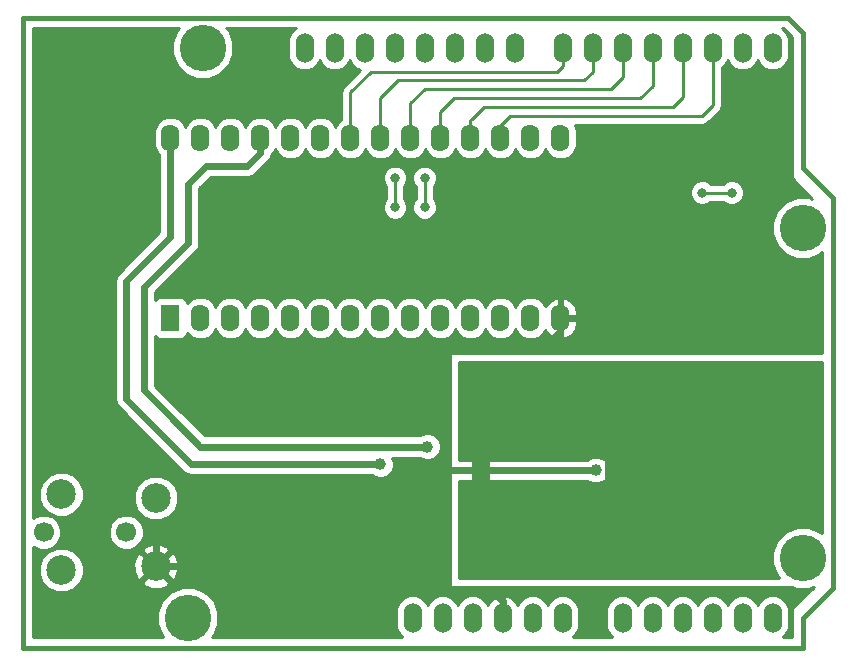
<source format=gbl>
G04 (created by PCBNEW-RS274X (2012-01-10 BZR 3351)-testing) date Lørdag '28en' 28. Juli 2012 13.38.29*
G01*
G70*
G90*
%MOIN*%
G04 Gerber Fmt 3.4, Leading zero omitted, Abs format*
%FSLAX34Y34*%
G04 APERTURE LIST*
%ADD10C,0.006000*%
%ADD11C,0.015000*%
%ADD12R,0.062000X0.090000*%
%ADD13O,0.062000X0.090000*%
%ADD14O,0.060000X0.100000*%
%ADD15C,0.155000*%
%ADD16C,0.098400*%
%ADD17C,0.066900*%
%ADD18C,0.031500*%
%ADD19C,0.039400*%
%ADD20C,0.009800*%
%ADD21C,0.023600*%
%ADD22C,0.010000*%
G04 APERTURE END LIST*
G54D10*
G54D11*
X24300Y-38700D02*
X24300Y-17700D01*
X50300Y-38700D02*
X24300Y-38700D01*
X50300Y-37700D02*
X50300Y-38700D01*
X51300Y-36700D02*
X50300Y-37700D01*
X51300Y-23700D02*
X51300Y-36700D01*
X50300Y-22700D02*
X51300Y-23700D01*
X50300Y-18200D02*
X50300Y-22700D01*
X49800Y-17700D02*
X50300Y-18200D01*
X24300Y-17700D02*
X49800Y-17700D01*
G54D12*
X29228Y-27705D03*
G54D13*
X30228Y-27705D03*
X31228Y-27705D03*
X32228Y-27705D03*
X33228Y-27705D03*
X34228Y-27705D03*
X35228Y-27705D03*
X36228Y-27705D03*
X37228Y-27705D03*
X38228Y-27705D03*
X39228Y-27705D03*
X40228Y-27705D03*
X41228Y-27705D03*
X42228Y-27705D03*
X42228Y-21705D03*
X41228Y-21705D03*
X40228Y-21705D03*
X39228Y-21705D03*
X38228Y-21705D03*
X37228Y-21705D03*
X36228Y-21705D03*
X35228Y-21705D03*
X34228Y-21705D03*
X33228Y-21705D03*
X32228Y-21705D03*
X31228Y-21705D03*
X30228Y-21705D03*
X29228Y-21705D03*
G54D14*
X49300Y-37700D03*
X48300Y-37700D03*
X47300Y-37700D03*
X44300Y-37700D03*
X45300Y-37700D03*
X46300Y-37700D03*
X42300Y-37700D03*
X41300Y-37700D03*
X40300Y-37700D03*
X38300Y-37700D03*
X37300Y-37700D03*
X49300Y-18700D03*
X48300Y-18700D03*
X47300Y-18700D03*
X46300Y-18700D03*
X45300Y-18700D03*
X44300Y-18700D03*
X43300Y-18700D03*
X42300Y-18700D03*
X40700Y-18700D03*
X39700Y-18700D03*
X38700Y-18700D03*
X37700Y-18700D03*
X36700Y-18700D03*
X35700Y-18700D03*
X34700Y-18700D03*
X33700Y-18700D03*
X39300Y-37700D03*
G54D15*
X50300Y-35700D03*
X50300Y-24700D03*
X30300Y-18700D03*
X29800Y-37700D03*
G54D16*
X28740Y-33701D03*
X25590Y-33583D03*
X25590Y-36103D03*
X28740Y-35985D03*
G54D17*
X25000Y-34843D03*
X27756Y-34843D03*
G54D18*
X47933Y-23524D03*
X46949Y-23524D03*
G54D19*
X30807Y-20276D03*
X39567Y-32776D03*
X44094Y-22146D03*
X43406Y-32776D03*
X30118Y-33858D03*
X36220Y-37303D03*
X47244Y-27854D03*
X48622Y-22146D03*
X32677Y-30807D03*
G54D18*
X36713Y-23031D03*
X36713Y-24016D03*
X37697Y-23031D03*
X37697Y-24016D03*
G54D19*
X37795Y-31988D03*
X36220Y-32579D03*
G54D20*
X46949Y-23524D02*
X47933Y-23524D01*
X47300Y-20613D02*
X47300Y-18700D01*
X46948Y-20965D02*
X47300Y-20613D01*
X40551Y-20965D02*
X46948Y-20965D01*
X40228Y-21288D02*
X40229Y-21287D01*
X40228Y-21288D02*
X40551Y-20965D01*
X40228Y-21705D02*
X40228Y-21288D01*
X46300Y-20334D02*
X46300Y-18700D01*
X45965Y-20669D02*
X46300Y-20334D01*
X39665Y-20669D02*
X45965Y-20669D01*
X39272Y-21062D02*
X39665Y-20669D01*
X39228Y-21106D02*
X39272Y-21062D01*
X39272Y-21063D02*
X39272Y-21062D01*
X39271Y-21063D02*
X39272Y-21063D01*
X39228Y-21106D02*
X39271Y-21063D01*
X39228Y-21705D02*
X39228Y-21106D01*
X38287Y-20769D02*
X38682Y-20374D01*
X38229Y-20827D02*
X38287Y-20769D01*
X38682Y-20374D02*
X44882Y-20374D01*
X44882Y-20374D02*
X45300Y-19956D01*
X45300Y-19956D02*
X45300Y-18700D01*
X38287Y-20768D02*
X38287Y-20769D01*
X38287Y-20769D02*
X38287Y-20768D01*
X38228Y-20828D02*
X38287Y-20769D01*
X38228Y-21705D02*
X38228Y-20828D01*
X37228Y-20547D02*
X37229Y-20546D01*
X37229Y-20546D02*
X37696Y-20079D01*
X37696Y-20079D02*
X43897Y-20079D01*
X43897Y-20079D02*
X44300Y-19676D01*
X44300Y-19676D02*
X44300Y-18700D01*
X37228Y-21705D02*
X37228Y-20547D01*
X43300Y-19495D02*
X43300Y-18700D01*
X43012Y-19783D02*
X43300Y-19495D01*
X36811Y-19783D02*
X43012Y-19783D01*
X36228Y-20366D02*
X36811Y-19783D01*
X36228Y-21705D02*
X36228Y-20366D01*
X42300Y-19314D02*
X42126Y-19488D01*
X42126Y-19488D02*
X35925Y-19488D01*
X35925Y-19488D02*
X35228Y-20185D01*
X35228Y-20185D02*
X35228Y-21705D01*
X42300Y-18700D02*
X42300Y-19314D01*
G54D21*
X38484Y-32776D02*
X39567Y-32776D01*
X40300Y-37700D02*
X40300Y-37642D01*
X27067Y-21457D02*
X28248Y-20276D01*
X27067Y-30807D02*
X27067Y-21457D01*
X30118Y-33858D02*
X27067Y-30807D01*
X43307Y-32776D02*
X39567Y-32776D01*
X28740Y-35236D02*
X30118Y-33858D01*
X28740Y-35985D02*
X28740Y-35236D01*
X30473Y-35985D02*
X31791Y-37303D01*
X31791Y-37303D02*
X36220Y-37303D01*
X28248Y-20276D02*
X30807Y-20276D01*
X39961Y-36811D02*
X38779Y-36811D01*
X38779Y-36811D02*
X38484Y-36811D01*
X38484Y-36811D02*
X38484Y-35826D01*
X38484Y-35826D02*
X38484Y-35334D01*
X40300Y-37700D02*
X40300Y-37150D01*
X47244Y-27854D02*
X46898Y-27705D01*
X46898Y-27705D02*
X42228Y-27705D01*
X42228Y-28146D02*
X41831Y-28543D01*
X41831Y-28543D02*
X38780Y-28543D01*
X38780Y-28543D02*
X38484Y-28839D01*
X38484Y-28839D02*
X38484Y-30807D01*
X42228Y-27705D02*
X42228Y-28146D01*
X48622Y-27854D02*
X49016Y-27460D01*
X49016Y-27460D02*
X49016Y-22343D01*
X48819Y-22146D02*
X49016Y-22343D01*
X48819Y-22146D02*
X48622Y-22146D01*
X47244Y-27854D02*
X48622Y-27854D01*
X44094Y-22146D02*
X48622Y-22146D01*
X28740Y-35985D02*
X30473Y-35985D01*
X36515Y-37303D02*
X38484Y-35334D01*
X36220Y-37303D02*
X36515Y-37303D01*
X38484Y-30807D02*
X32677Y-30807D01*
X43406Y-32776D02*
X43307Y-32776D01*
X38484Y-32776D02*
X38484Y-30807D01*
X38484Y-35334D02*
X38484Y-32776D01*
X40300Y-37150D02*
X39961Y-36811D01*
G54D20*
X36713Y-23031D02*
X36713Y-24016D01*
X37697Y-24016D02*
X37697Y-23031D01*
G54D21*
X29823Y-23228D02*
X30413Y-22638D01*
X29823Y-25196D02*
X29823Y-23228D01*
X28346Y-26673D02*
X29823Y-25196D01*
X30217Y-31988D02*
X37795Y-31988D01*
X29232Y-31003D02*
X30217Y-31988D01*
X29232Y-31004D02*
X29233Y-31004D01*
X29233Y-31004D02*
X29232Y-31004D01*
X29232Y-31004D02*
X29232Y-31003D01*
X28346Y-26674D02*
X28346Y-26673D01*
X28346Y-26674D02*
X28346Y-30117D01*
X29232Y-31003D02*
X28346Y-30117D01*
X32228Y-22201D02*
X32228Y-21705D01*
X31791Y-22638D02*
X32228Y-22201D01*
X30413Y-22638D02*
X31791Y-22638D01*
X29228Y-21705D02*
X29228Y-25004D01*
X29922Y-32579D02*
X36220Y-32579D01*
X27756Y-30413D02*
X29922Y-32579D01*
X27756Y-26476D02*
X27756Y-30413D01*
X29228Y-25004D02*
X27756Y-26476D01*
G54D10*
G36*
X50934Y-28887D02*
X48339Y-28887D01*
X48339Y-23605D01*
X48339Y-23444D01*
X48277Y-23295D01*
X48164Y-23180D01*
X48014Y-23118D01*
X47853Y-23118D01*
X47704Y-23180D01*
X47658Y-23225D01*
X47224Y-23225D01*
X47180Y-23180D01*
X47030Y-23118D01*
X46869Y-23118D01*
X46720Y-23180D01*
X46605Y-23293D01*
X46543Y-23443D01*
X46543Y-23604D01*
X46605Y-23753D01*
X46718Y-23868D01*
X46868Y-23930D01*
X47029Y-23930D01*
X47178Y-23868D01*
X47223Y-23823D01*
X47657Y-23823D01*
X47702Y-23868D01*
X47852Y-23930D01*
X48013Y-23930D01*
X48162Y-23868D01*
X48277Y-23755D01*
X48339Y-23605D01*
X48339Y-28887D01*
X42788Y-28887D01*
X42788Y-27865D01*
X42788Y-27755D01*
X42788Y-27655D01*
X42788Y-27545D01*
X42738Y-27332D01*
X42610Y-27155D01*
X42424Y-27040D01*
X42365Y-27023D01*
X42278Y-27070D01*
X42278Y-27655D01*
X42788Y-27655D01*
X42788Y-27755D01*
X42278Y-27755D01*
X42278Y-28340D01*
X42365Y-28387D01*
X42424Y-28370D01*
X42610Y-28255D01*
X42738Y-28078D01*
X42788Y-27865D01*
X42788Y-28887D01*
X38533Y-28887D01*
X38533Y-36664D01*
X49948Y-36664D01*
X50095Y-36725D01*
X50503Y-36725D01*
X50650Y-36664D01*
X50666Y-36664D01*
X49950Y-37381D01*
X49950Y-38336D01*
X49641Y-38336D01*
X49757Y-38220D01*
X49840Y-38022D01*
X49840Y-37807D01*
X49840Y-37379D01*
X49758Y-37180D01*
X49606Y-37029D01*
X49408Y-36946D01*
X49193Y-36946D01*
X48994Y-37028D01*
X48843Y-37180D01*
X48800Y-37282D01*
X48758Y-37180D01*
X48606Y-37029D01*
X48408Y-36946D01*
X48193Y-36946D01*
X47994Y-37028D01*
X47843Y-37180D01*
X47800Y-37282D01*
X47758Y-37180D01*
X47606Y-37029D01*
X47408Y-36946D01*
X47193Y-36946D01*
X46994Y-37028D01*
X46843Y-37180D01*
X46800Y-37282D01*
X46758Y-37180D01*
X46606Y-37029D01*
X46408Y-36946D01*
X46193Y-36946D01*
X45994Y-37028D01*
X45843Y-37180D01*
X45800Y-37282D01*
X45758Y-37180D01*
X45606Y-37029D01*
X45408Y-36946D01*
X45193Y-36946D01*
X44994Y-37028D01*
X44843Y-37180D01*
X44800Y-37282D01*
X44758Y-37180D01*
X44606Y-37029D01*
X44408Y-36946D01*
X44193Y-36946D01*
X43994Y-37028D01*
X43843Y-37180D01*
X43760Y-37378D01*
X43760Y-37593D01*
X43760Y-38021D01*
X43842Y-38220D01*
X43958Y-38336D01*
X42641Y-38336D01*
X42757Y-38220D01*
X42840Y-38022D01*
X42840Y-37807D01*
X42840Y-37379D01*
X42758Y-37180D01*
X42606Y-37029D01*
X42408Y-36946D01*
X42193Y-36946D01*
X41994Y-37028D01*
X41843Y-37180D01*
X41800Y-37282D01*
X41758Y-37180D01*
X41606Y-37029D01*
X41408Y-36946D01*
X41193Y-36946D01*
X40994Y-37028D01*
X40843Y-37180D01*
X40800Y-37281D01*
X40789Y-37243D01*
X40653Y-37075D01*
X40463Y-36972D01*
X40435Y-36968D01*
X40350Y-37015D01*
X40350Y-37600D01*
X40350Y-37650D01*
X40350Y-37750D01*
X40250Y-37750D01*
X40250Y-37650D01*
X40250Y-37600D01*
X40250Y-37015D01*
X40165Y-36968D01*
X40137Y-36972D01*
X39947Y-37075D01*
X39811Y-37243D01*
X39799Y-37281D01*
X39758Y-37180D01*
X39606Y-37029D01*
X39408Y-36946D01*
X39193Y-36946D01*
X38994Y-37028D01*
X38843Y-37180D01*
X38800Y-37282D01*
X38758Y-37180D01*
X38606Y-37029D01*
X38408Y-36946D01*
X38193Y-36946D01*
X37994Y-37028D01*
X37843Y-37180D01*
X37800Y-37282D01*
X37758Y-37180D01*
X37606Y-37029D01*
X37408Y-36946D01*
X37193Y-36946D01*
X36994Y-37028D01*
X36843Y-37180D01*
X36760Y-37378D01*
X36760Y-37593D01*
X36760Y-38021D01*
X36842Y-38220D01*
X36958Y-38336D01*
X30613Y-38336D01*
X30668Y-38281D01*
X30825Y-37905D01*
X30825Y-37497D01*
X30669Y-37120D01*
X30381Y-36832D01*
X30005Y-36675D01*
X29597Y-36675D01*
X29485Y-36721D01*
X29485Y-36113D01*
X29482Y-36002D01*
X29482Y-33849D01*
X29482Y-33554D01*
X29369Y-33281D01*
X29161Y-33072D01*
X28888Y-32959D01*
X28593Y-32959D01*
X28320Y-33072D01*
X28111Y-33280D01*
X27998Y-33553D01*
X27998Y-33848D01*
X28111Y-34121D01*
X28319Y-34330D01*
X28592Y-34443D01*
X28887Y-34443D01*
X29160Y-34330D01*
X29369Y-34122D01*
X29482Y-33849D01*
X29482Y-36002D01*
X29477Y-35818D01*
X29379Y-35582D01*
X29265Y-35531D01*
X29194Y-35602D01*
X29194Y-35460D01*
X29143Y-35346D01*
X28868Y-35240D01*
X28573Y-35248D01*
X28340Y-35344D01*
X28340Y-34959D01*
X28340Y-34727D01*
X28251Y-34512D01*
X28087Y-34348D01*
X27872Y-34259D01*
X27640Y-34259D01*
X27425Y-34348D01*
X27261Y-34512D01*
X27172Y-34727D01*
X27172Y-34959D01*
X27261Y-35174D01*
X27425Y-35338D01*
X27640Y-35427D01*
X27872Y-35427D01*
X28087Y-35338D01*
X28251Y-35174D01*
X28340Y-34959D01*
X28340Y-35344D01*
X28337Y-35346D01*
X28286Y-35460D01*
X28740Y-35914D01*
X29194Y-35460D01*
X29194Y-35602D01*
X28811Y-35985D01*
X29265Y-36439D01*
X29379Y-36388D01*
X29485Y-36113D01*
X29485Y-36721D01*
X29220Y-36831D01*
X29194Y-36857D01*
X29194Y-36510D01*
X28740Y-36056D01*
X28669Y-36127D01*
X28669Y-35985D01*
X28215Y-35531D01*
X28101Y-35582D01*
X27995Y-35857D01*
X28003Y-36152D01*
X28101Y-36388D01*
X28215Y-36439D01*
X28669Y-35985D01*
X28669Y-36127D01*
X28286Y-36510D01*
X28337Y-36624D01*
X28612Y-36730D01*
X28907Y-36722D01*
X29143Y-36624D01*
X29194Y-36510D01*
X29194Y-36857D01*
X28932Y-37119D01*
X28775Y-37495D01*
X28775Y-37903D01*
X28931Y-38280D01*
X28987Y-38336D01*
X26332Y-38336D01*
X26332Y-36251D01*
X26332Y-35956D01*
X26332Y-33731D01*
X26332Y-33436D01*
X26219Y-33163D01*
X26011Y-32954D01*
X25738Y-32841D01*
X25443Y-32841D01*
X25170Y-32954D01*
X24961Y-33162D01*
X24848Y-33435D01*
X24848Y-33730D01*
X24961Y-34003D01*
X25169Y-34212D01*
X25442Y-34325D01*
X25737Y-34325D01*
X26010Y-34212D01*
X26219Y-34004D01*
X26332Y-33731D01*
X26332Y-35956D01*
X26219Y-35683D01*
X26011Y-35474D01*
X25738Y-35361D01*
X25443Y-35361D01*
X25170Y-35474D01*
X24961Y-35682D01*
X24848Y-35955D01*
X24848Y-36250D01*
X24961Y-36523D01*
X25169Y-36732D01*
X25442Y-36845D01*
X25737Y-36845D01*
X26010Y-36732D01*
X26219Y-36524D01*
X26332Y-36251D01*
X26332Y-38336D01*
X24656Y-38336D01*
X24656Y-35325D01*
X24669Y-35338D01*
X24884Y-35427D01*
X25116Y-35427D01*
X25331Y-35338D01*
X25495Y-35174D01*
X25584Y-34959D01*
X25584Y-34727D01*
X25495Y-34512D01*
X25331Y-34348D01*
X25116Y-34259D01*
X24884Y-34259D01*
X24669Y-34348D01*
X24656Y-34361D01*
X24656Y-18025D01*
X29526Y-18025D01*
X29432Y-18119D01*
X29275Y-18495D01*
X29275Y-18903D01*
X29431Y-19280D01*
X29719Y-19568D01*
X30095Y-19725D01*
X30503Y-19725D01*
X30880Y-19569D01*
X31168Y-19281D01*
X31325Y-18905D01*
X31325Y-18497D01*
X31169Y-18120D01*
X31074Y-18025D01*
X33401Y-18025D01*
X33394Y-18028D01*
X33243Y-18180D01*
X33160Y-18378D01*
X33160Y-18593D01*
X33160Y-19021D01*
X33242Y-19220D01*
X33394Y-19371D01*
X33592Y-19454D01*
X33807Y-19454D01*
X34006Y-19372D01*
X34157Y-19220D01*
X34199Y-19117D01*
X34242Y-19220D01*
X34394Y-19371D01*
X34592Y-19454D01*
X34807Y-19454D01*
X35006Y-19372D01*
X35157Y-19220D01*
X35199Y-19117D01*
X35242Y-19220D01*
X35394Y-19371D01*
X35552Y-19437D01*
X35017Y-19974D01*
X34952Y-20070D01*
X34948Y-20089D01*
X34929Y-20185D01*
X34929Y-21082D01*
X34917Y-21087D01*
X34763Y-21241D01*
X34728Y-21325D01*
X34693Y-21241D01*
X34539Y-21087D01*
X34337Y-21003D01*
X34119Y-21003D01*
X33917Y-21087D01*
X33763Y-21241D01*
X33728Y-21325D01*
X33693Y-21241D01*
X33539Y-21087D01*
X33337Y-21003D01*
X33119Y-21003D01*
X32917Y-21087D01*
X32763Y-21241D01*
X32728Y-21325D01*
X32693Y-21241D01*
X32539Y-21087D01*
X32337Y-21003D01*
X32119Y-21003D01*
X31917Y-21087D01*
X31763Y-21241D01*
X31728Y-21325D01*
X31693Y-21241D01*
X31539Y-21087D01*
X31337Y-21003D01*
X31119Y-21003D01*
X30917Y-21087D01*
X30763Y-21241D01*
X30728Y-21325D01*
X30693Y-21241D01*
X30539Y-21087D01*
X30337Y-21003D01*
X30119Y-21003D01*
X29917Y-21087D01*
X29763Y-21241D01*
X29728Y-21325D01*
X29693Y-21241D01*
X29539Y-21087D01*
X29337Y-21003D01*
X29119Y-21003D01*
X28917Y-21087D01*
X28763Y-21241D01*
X28679Y-21443D01*
X28679Y-21661D01*
X28679Y-21967D01*
X28763Y-22169D01*
X28860Y-22266D01*
X28860Y-24851D01*
X27496Y-26216D01*
X27416Y-26335D01*
X27388Y-26476D01*
X27388Y-30413D01*
X27416Y-30554D01*
X27496Y-30673D01*
X29662Y-32839D01*
X29781Y-32919D01*
X29922Y-32947D01*
X35957Y-32947D01*
X35967Y-32957D01*
X36131Y-33025D01*
X36308Y-33025D01*
X36472Y-32957D01*
X36598Y-32832D01*
X36666Y-32668D01*
X36666Y-32491D01*
X36610Y-32356D01*
X37532Y-32356D01*
X37542Y-32366D01*
X37706Y-32434D01*
X37883Y-32434D01*
X38047Y-32366D01*
X38173Y-32241D01*
X38241Y-32077D01*
X38241Y-31900D01*
X38173Y-31736D01*
X38048Y-31610D01*
X37884Y-31542D01*
X37707Y-31542D01*
X37543Y-31610D01*
X37532Y-31620D01*
X30369Y-31620D01*
X29493Y-30744D01*
X29492Y-30743D01*
X29492Y-30742D01*
X28714Y-29964D01*
X28714Y-28303D01*
X28777Y-28366D01*
X28868Y-28404D01*
X28967Y-28404D01*
X29587Y-28404D01*
X29679Y-28366D01*
X29749Y-28296D01*
X29787Y-28205D01*
X29787Y-28193D01*
X29917Y-28323D01*
X30119Y-28407D01*
X30337Y-28407D01*
X30539Y-28323D01*
X30693Y-28169D01*
X30728Y-28084D01*
X30763Y-28169D01*
X30917Y-28323D01*
X31119Y-28407D01*
X31337Y-28407D01*
X31539Y-28323D01*
X31693Y-28169D01*
X31728Y-28084D01*
X31763Y-28169D01*
X31917Y-28323D01*
X32119Y-28407D01*
X32337Y-28407D01*
X32539Y-28323D01*
X32693Y-28169D01*
X32728Y-28084D01*
X32763Y-28169D01*
X32917Y-28323D01*
X33119Y-28407D01*
X33337Y-28407D01*
X33539Y-28323D01*
X33693Y-28169D01*
X33728Y-28084D01*
X33763Y-28169D01*
X33917Y-28323D01*
X34119Y-28407D01*
X34337Y-28407D01*
X34539Y-28323D01*
X34693Y-28169D01*
X34728Y-28084D01*
X34763Y-28169D01*
X34917Y-28323D01*
X35119Y-28407D01*
X35337Y-28407D01*
X35539Y-28323D01*
X35693Y-28169D01*
X35728Y-28084D01*
X35763Y-28169D01*
X35917Y-28323D01*
X36119Y-28407D01*
X36337Y-28407D01*
X36539Y-28323D01*
X36693Y-28169D01*
X36728Y-28084D01*
X36763Y-28169D01*
X36917Y-28323D01*
X37119Y-28407D01*
X37337Y-28407D01*
X37539Y-28323D01*
X37693Y-28169D01*
X37728Y-28084D01*
X37763Y-28169D01*
X37917Y-28323D01*
X38119Y-28407D01*
X38337Y-28407D01*
X38539Y-28323D01*
X38693Y-28169D01*
X38728Y-28084D01*
X38763Y-28169D01*
X38917Y-28323D01*
X39119Y-28407D01*
X39337Y-28407D01*
X39539Y-28323D01*
X39693Y-28169D01*
X39728Y-28084D01*
X39763Y-28169D01*
X39917Y-28323D01*
X40119Y-28407D01*
X40337Y-28407D01*
X40539Y-28323D01*
X40693Y-28169D01*
X40728Y-28084D01*
X40763Y-28169D01*
X40917Y-28323D01*
X41119Y-28407D01*
X41337Y-28407D01*
X41539Y-28323D01*
X41693Y-28169D01*
X41726Y-28089D01*
X41846Y-28255D01*
X42032Y-28370D01*
X42091Y-28387D01*
X42178Y-28340D01*
X42178Y-27805D01*
X42178Y-27755D01*
X42178Y-27655D01*
X42178Y-27605D01*
X42178Y-27070D01*
X42091Y-27023D01*
X42032Y-27040D01*
X41846Y-27155D01*
X41726Y-27320D01*
X41693Y-27241D01*
X41539Y-27087D01*
X41337Y-27003D01*
X41119Y-27003D01*
X40917Y-27087D01*
X40763Y-27241D01*
X40728Y-27325D01*
X40693Y-27241D01*
X40539Y-27087D01*
X40337Y-27003D01*
X40119Y-27003D01*
X39917Y-27087D01*
X39763Y-27241D01*
X39728Y-27325D01*
X39693Y-27241D01*
X39539Y-27087D01*
X39337Y-27003D01*
X39119Y-27003D01*
X38917Y-27087D01*
X38763Y-27241D01*
X38728Y-27325D01*
X38693Y-27241D01*
X38539Y-27087D01*
X38337Y-27003D01*
X38119Y-27003D01*
X38103Y-27009D01*
X38103Y-24097D01*
X38103Y-23936D01*
X38041Y-23787D01*
X37996Y-23741D01*
X37996Y-23306D01*
X38041Y-23262D01*
X38103Y-23112D01*
X38103Y-22951D01*
X38041Y-22802D01*
X37928Y-22687D01*
X37778Y-22625D01*
X37617Y-22625D01*
X37468Y-22687D01*
X37353Y-22800D01*
X37291Y-22950D01*
X37291Y-23111D01*
X37353Y-23260D01*
X37398Y-23305D01*
X37398Y-23740D01*
X37353Y-23785D01*
X37291Y-23935D01*
X37291Y-24096D01*
X37353Y-24245D01*
X37466Y-24360D01*
X37616Y-24422D01*
X37777Y-24422D01*
X37926Y-24360D01*
X38041Y-24247D01*
X38103Y-24097D01*
X38103Y-27009D01*
X37917Y-27087D01*
X37763Y-27241D01*
X37728Y-27325D01*
X37693Y-27241D01*
X37539Y-27087D01*
X37337Y-27003D01*
X37119Y-27003D01*
X37119Y-24097D01*
X37119Y-23936D01*
X37057Y-23787D01*
X37012Y-23741D01*
X37012Y-23306D01*
X37057Y-23262D01*
X37119Y-23112D01*
X37119Y-22951D01*
X37057Y-22802D01*
X36944Y-22687D01*
X36794Y-22625D01*
X36633Y-22625D01*
X36484Y-22687D01*
X36369Y-22800D01*
X36307Y-22950D01*
X36307Y-23111D01*
X36369Y-23260D01*
X36414Y-23305D01*
X36414Y-23740D01*
X36369Y-23785D01*
X36307Y-23935D01*
X36307Y-24096D01*
X36369Y-24245D01*
X36482Y-24360D01*
X36632Y-24422D01*
X36793Y-24422D01*
X36942Y-24360D01*
X37057Y-24247D01*
X37119Y-24097D01*
X37119Y-27003D01*
X36917Y-27087D01*
X36763Y-27241D01*
X36728Y-27325D01*
X36693Y-27241D01*
X36539Y-27087D01*
X36337Y-27003D01*
X36119Y-27003D01*
X35917Y-27087D01*
X35763Y-27241D01*
X35728Y-27325D01*
X35693Y-27241D01*
X35539Y-27087D01*
X35337Y-27003D01*
X35119Y-27003D01*
X34917Y-27087D01*
X34763Y-27241D01*
X34728Y-27325D01*
X34693Y-27241D01*
X34539Y-27087D01*
X34337Y-27003D01*
X34119Y-27003D01*
X33917Y-27087D01*
X33763Y-27241D01*
X33728Y-27325D01*
X33693Y-27241D01*
X33539Y-27087D01*
X33337Y-27003D01*
X33119Y-27003D01*
X32917Y-27087D01*
X32763Y-27241D01*
X32728Y-27325D01*
X32693Y-27241D01*
X32539Y-27087D01*
X32337Y-27003D01*
X32119Y-27003D01*
X31917Y-27087D01*
X31763Y-27241D01*
X31728Y-27325D01*
X31693Y-27241D01*
X31539Y-27087D01*
X31337Y-27003D01*
X31119Y-27003D01*
X30917Y-27087D01*
X30763Y-27241D01*
X30728Y-27325D01*
X30693Y-27241D01*
X30539Y-27087D01*
X30337Y-27003D01*
X30119Y-27003D01*
X29917Y-27087D01*
X29787Y-27217D01*
X29787Y-27206D01*
X29749Y-27114D01*
X29679Y-27044D01*
X29588Y-27006D01*
X29489Y-27006D01*
X28869Y-27006D01*
X28777Y-27044D01*
X28714Y-27107D01*
X28714Y-26825D01*
X30083Y-25457D01*
X30083Y-25456D01*
X30163Y-25337D01*
X30190Y-25197D01*
X30191Y-25196D01*
X30191Y-23380D01*
X30565Y-23006D01*
X31791Y-23006D01*
X31932Y-22978D01*
X32051Y-22898D01*
X32488Y-22461D01*
X32568Y-22342D01*
X32579Y-22282D01*
X32693Y-22169D01*
X32728Y-22084D01*
X32763Y-22169D01*
X32917Y-22323D01*
X33119Y-22407D01*
X33337Y-22407D01*
X33539Y-22323D01*
X33693Y-22169D01*
X33728Y-22084D01*
X33763Y-22169D01*
X33917Y-22323D01*
X34119Y-22407D01*
X34337Y-22407D01*
X34539Y-22323D01*
X34693Y-22169D01*
X34728Y-22084D01*
X34763Y-22169D01*
X34917Y-22323D01*
X35119Y-22407D01*
X35337Y-22407D01*
X35539Y-22323D01*
X35693Y-22169D01*
X35728Y-22084D01*
X35763Y-22169D01*
X35917Y-22323D01*
X36119Y-22407D01*
X36337Y-22407D01*
X36539Y-22323D01*
X36693Y-22169D01*
X36728Y-22084D01*
X36763Y-22169D01*
X36917Y-22323D01*
X37119Y-22407D01*
X37337Y-22407D01*
X37539Y-22323D01*
X37693Y-22169D01*
X37728Y-22084D01*
X37763Y-22169D01*
X37917Y-22323D01*
X38119Y-22407D01*
X38337Y-22407D01*
X38539Y-22323D01*
X38693Y-22169D01*
X38728Y-22084D01*
X38763Y-22169D01*
X38917Y-22323D01*
X39119Y-22407D01*
X39337Y-22407D01*
X39539Y-22323D01*
X39693Y-22169D01*
X39728Y-22084D01*
X39763Y-22169D01*
X39917Y-22323D01*
X40119Y-22407D01*
X40337Y-22407D01*
X40539Y-22323D01*
X40693Y-22169D01*
X40728Y-22084D01*
X40763Y-22169D01*
X40917Y-22323D01*
X41119Y-22407D01*
X41337Y-22407D01*
X41539Y-22323D01*
X41693Y-22169D01*
X41728Y-22084D01*
X41763Y-22169D01*
X41917Y-22323D01*
X42119Y-22407D01*
X42337Y-22407D01*
X42539Y-22323D01*
X42693Y-22169D01*
X42777Y-21967D01*
X42777Y-21749D01*
X42777Y-21443D01*
X42702Y-21264D01*
X46948Y-21264D01*
X46948Y-21263D01*
X47043Y-21244D01*
X47062Y-21241D01*
X47063Y-21241D01*
X47159Y-21176D01*
X47511Y-20825D01*
X47511Y-20824D01*
X47553Y-20760D01*
X47575Y-20728D01*
X47576Y-20727D01*
X47598Y-20614D01*
X47599Y-20613D01*
X47599Y-19374D01*
X47606Y-19372D01*
X47757Y-19220D01*
X47799Y-19117D01*
X47842Y-19220D01*
X47994Y-19371D01*
X48192Y-19454D01*
X48407Y-19454D01*
X48606Y-19372D01*
X48757Y-19220D01*
X48799Y-19117D01*
X48842Y-19220D01*
X48994Y-19371D01*
X49192Y-19454D01*
X49407Y-19454D01*
X49606Y-19372D01*
X49757Y-19220D01*
X49840Y-19022D01*
X49840Y-18807D01*
X49840Y-18379D01*
X49758Y-18180D01*
X49606Y-18029D01*
X49596Y-18025D01*
X49647Y-18025D01*
X49950Y-18328D01*
X49950Y-23052D01*
X50620Y-23723D01*
X50505Y-23675D01*
X50097Y-23675D01*
X49720Y-23831D01*
X49432Y-24119D01*
X49275Y-24495D01*
X49275Y-24903D01*
X49431Y-25280D01*
X49719Y-25568D01*
X50095Y-25725D01*
X50503Y-25725D01*
X50880Y-25569D01*
X50934Y-25515D01*
X50934Y-28887D01*
X50934Y-28887D01*
G37*
G54D22*
X50934Y-28887D02*
X48339Y-28887D01*
X48339Y-23605D01*
X48339Y-23444D01*
X48277Y-23295D01*
X48164Y-23180D01*
X48014Y-23118D01*
X47853Y-23118D01*
X47704Y-23180D01*
X47658Y-23225D01*
X47224Y-23225D01*
X47180Y-23180D01*
X47030Y-23118D01*
X46869Y-23118D01*
X46720Y-23180D01*
X46605Y-23293D01*
X46543Y-23443D01*
X46543Y-23604D01*
X46605Y-23753D01*
X46718Y-23868D01*
X46868Y-23930D01*
X47029Y-23930D01*
X47178Y-23868D01*
X47223Y-23823D01*
X47657Y-23823D01*
X47702Y-23868D01*
X47852Y-23930D01*
X48013Y-23930D01*
X48162Y-23868D01*
X48277Y-23755D01*
X48339Y-23605D01*
X48339Y-28887D01*
X42788Y-28887D01*
X42788Y-27865D01*
X42788Y-27755D01*
X42788Y-27655D01*
X42788Y-27545D01*
X42738Y-27332D01*
X42610Y-27155D01*
X42424Y-27040D01*
X42365Y-27023D01*
X42278Y-27070D01*
X42278Y-27655D01*
X42788Y-27655D01*
X42788Y-27755D01*
X42278Y-27755D01*
X42278Y-28340D01*
X42365Y-28387D01*
X42424Y-28370D01*
X42610Y-28255D01*
X42738Y-28078D01*
X42788Y-27865D01*
X42788Y-28887D01*
X38533Y-28887D01*
X38533Y-36664D01*
X49948Y-36664D01*
X50095Y-36725D01*
X50503Y-36725D01*
X50650Y-36664D01*
X50666Y-36664D01*
X49950Y-37381D01*
X49950Y-38336D01*
X49641Y-38336D01*
X49757Y-38220D01*
X49840Y-38022D01*
X49840Y-37807D01*
X49840Y-37379D01*
X49758Y-37180D01*
X49606Y-37029D01*
X49408Y-36946D01*
X49193Y-36946D01*
X48994Y-37028D01*
X48843Y-37180D01*
X48800Y-37282D01*
X48758Y-37180D01*
X48606Y-37029D01*
X48408Y-36946D01*
X48193Y-36946D01*
X47994Y-37028D01*
X47843Y-37180D01*
X47800Y-37282D01*
X47758Y-37180D01*
X47606Y-37029D01*
X47408Y-36946D01*
X47193Y-36946D01*
X46994Y-37028D01*
X46843Y-37180D01*
X46800Y-37282D01*
X46758Y-37180D01*
X46606Y-37029D01*
X46408Y-36946D01*
X46193Y-36946D01*
X45994Y-37028D01*
X45843Y-37180D01*
X45800Y-37282D01*
X45758Y-37180D01*
X45606Y-37029D01*
X45408Y-36946D01*
X45193Y-36946D01*
X44994Y-37028D01*
X44843Y-37180D01*
X44800Y-37282D01*
X44758Y-37180D01*
X44606Y-37029D01*
X44408Y-36946D01*
X44193Y-36946D01*
X43994Y-37028D01*
X43843Y-37180D01*
X43760Y-37378D01*
X43760Y-37593D01*
X43760Y-38021D01*
X43842Y-38220D01*
X43958Y-38336D01*
X42641Y-38336D01*
X42757Y-38220D01*
X42840Y-38022D01*
X42840Y-37807D01*
X42840Y-37379D01*
X42758Y-37180D01*
X42606Y-37029D01*
X42408Y-36946D01*
X42193Y-36946D01*
X41994Y-37028D01*
X41843Y-37180D01*
X41800Y-37282D01*
X41758Y-37180D01*
X41606Y-37029D01*
X41408Y-36946D01*
X41193Y-36946D01*
X40994Y-37028D01*
X40843Y-37180D01*
X40800Y-37281D01*
X40789Y-37243D01*
X40653Y-37075D01*
X40463Y-36972D01*
X40435Y-36968D01*
X40350Y-37015D01*
X40350Y-37600D01*
X40350Y-37650D01*
X40350Y-37750D01*
X40250Y-37750D01*
X40250Y-37650D01*
X40250Y-37600D01*
X40250Y-37015D01*
X40165Y-36968D01*
X40137Y-36972D01*
X39947Y-37075D01*
X39811Y-37243D01*
X39799Y-37281D01*
X39758Y-37180D01*
X39606Y-37029D01*
X39408Y-36946D01*
X39193Y-36946D01*
X38994Y-37028D01*
X38843Y-37180D01*
X38800Y-37282D01*
X38758Y-37180D01*
X38606Y-37029D01*
X38408Y-36946D01*
X38193Y-36946D01*
X37994Y-37028D01*
X37843Y-37180D01*
X37800Y-37282D01*
X37758Y-37180D01*
X37606Y-37029D01*
X37408Y-36946D01*
X37193Y-36946D01*
X36994Y-37028D01*
X36843Y-37180D01*
X36760Y-37378D01*
X36760Y-37593D01*
X36760Y-38021D01*
X36842Y-38220D01*
X36958Y-38336D01*
X30613Y-38336D01*
X30668Y-38281D01*
X30825Y-37905D01*
X30825Y-37497D01*
X30669Y-37120D01*
X30381Y-36832D01*
X30005Y-36675D01*
X29597Y-36675D01*
X29485Y-36721D01*
X29485Y-36113D01*
X29482Y-36002D01*
X29482Y-33849D01*
X29482Y-33554D01*
X29369Y-33281D01*
X29161Y-33072D01*
X28888Y-32959D01*
X28593Y-32959D01*
X28320Y-33072D01*
X28111Y-33280D01*
X27998Y-33553D01*
X27998Y-33848D01*
X28111Y-34121D01*
X28319Y-34330D01*
X28592Y-34443D01*
X28887Y-34443D01*
X29160Y-34330D01*
X29369Y-34122D01*
X29482Y-33849D01*
X29482Y-36002D01*
X29477Y-35818D01*
X29379Y-35582D01*
X29265Y-35531D01*
X29194Y-35602D01*
X29194Y-35460D01*
X29143Y-35346D01*
X28868Y-35240D01*
X28573Y-35248D01*
X28340Y-35344D01*
X28340Y-34959D01*
X28340Y-34727D01*
X28251Y-34512D01*
X28087Y-34348D01*
X27872Y-34259D01*
X27640Y-34259D01*
X27425Y-34348D01*
X27261Y-34512D01*
X27172Y-34727D01*
X27172Y-34959D01*
X27261Y-35174D01*
X27425Y-35338D01*
X27640Y-35427D01*
X27872Y-35427D01*
X28087Y-35338D01*
X28251Y-35174D01*
X28340Y-34959D01*
X28340Y-35344D01*
X28337Y-35346D01*
X28286Y-35460D01*
X28740Y-35914D01*
X29194Y-35460D01*
X29194Y-35602D01*
X28811Y-35985D01*
X29265Y-36439D01*
X29379Y-36388D01*
X29485Y-36113D01*
X29485Y-36721D01*
X29220Y-36831D01*
X29194Y-36857D01*
X29194Y-36510D01*
X28740Y-36056D01*
X28669Y-36127D01*
X28669Y-35985D01*
X28215Y-35531D01*
X28101Y-35582D01*
X27995Y-35857D01*
X28003Y-36152D01*
X28101Y-36388D01*
X28215Y-36439D01*
X28669Y-35985D01*
X28669Y-36127D01*
X28286Y-36510D01*
X28337Y-36624D01*
X28612Y-36730D01*
X28907Y-36722D01*
X29143Y-36624D01*
X29194Y-36510D01*
X29194Y-36857D01*
X28932Y-37119D01*
X28775Y-37495D01*
X28775Y-37903D01*
X28931Y-38280D01*
X28987Y-38336D01*
X26332Y-38336D01*
X26332Y-36251D01*
X26332Y-35956D01*
X26332Y-33731D01*
X26332Y-33436D01*
X26219Y-33163D01*
X26011Y-32954D01*
X25738Y-32841D01*
X25443Y-32841D01*
X25170Y-32954D01*
X24961Y-33162D01*
X24848Y-33435D01*
X24848Y-33730D01*
X24961Y-34003D01*
X25169Y-34212D01*
X25442Y-34325D01*
X25737Y-34325D01*
X26010Y-34212D01*
X26219Y-34004D01*
X26332Y-33731D01*
X26332Y-35956D01*
X26219Y-35683D01*
X26011Y-35474D01*
X25738Y-35361D01*
X25443Y-35361D01*
X25170Y-35474D01*
X24961Y-35682D01*
X24848Y-35955D01*
X24848Y-36250D01*
X24961Y-36523D01*
X25169Y-36732D01*
X25442Y-36845D01*
X25737Y-36845D01*
X26010Y-36732D01*
X26219Y-36524D01*
X26332Y-36251D01*
X26332Y-38336D01*
X24656Y-38336D01*
X24656Y-35325D01*
X24669Y-35338D01*
X24884Y-35427D01*
X25116Y-35427D01*
X25331Y-35338D01*
X25495Y-35174D01*
X25584Y-34959D01*
X25584Y-34727D01*
X25495Y-34512D01*
X25331Y-34348D01*
X25116Y-34259D01*
X24884Y-34259D01*
X24669Y-34348D01*
X24656Y-34361D01*
X24656Y-18025D01*
X29526Y-18025D01*
X29432Y-18119D01*
X29275Y-18495D01*
X29275Y-18903D01*
X29431Y-19280D01*
X29719Y-19568D01*
X30095Y-19725D01*
X30503Y-19725D01*
X30880Y-19569D01*
X31168Y-19281D01*
X31325Y-18905D01*
X31325Y-18497D01*
X31169Y-18120D01*
X31074Y-18025D01*
X33401Y-18025D01*
X33394Y-18028D01*
X33243Y-18180D01*
X33160Y-18378D01*
X33160Y-18593D01*
X33160Y-19021D01*
X33242Y-19220D01*
X33394Y-19371D01*
X33592Y-19454D01*
X33807Y-19454D01*
X34006Y-19372D01*
X34157Y-19220D01*
X34199Y-19117D01*
X34242Y-19220D01*
X34394Y-19371D01*
X34592Y-19454D01*
X34807Y-19454D01*
X35006Y-19372D01*
X35157Y-19220D01*
X35199Y-19117D01*
X35242Y-19220D01*
X35394Y-19371D01*
X35552Y-19437D01*
X35017Y-19974D01*
X34952Y-20070D01*
X34948Y-20089D01*
X34929Y-20185D01*
X34929Y-21082D01*
X34917Y-21087D01*
X34763Y-21241D01*
X34728Y-21325D01*
X34693Y-21241D01*
X34539Y-21087D01*
X34337Y-21003D01*
X34119Y-21003D01*
X33917Y-21087D01*
X33763Y-21241D01*
X33728Y-21325D01*
X33693Y-21241D01*
X33539Y-21087D01*
X33337Y-21003D01*
X33119Y-21003D01*
X32917Y-21087D01*
X32763Y-21241D01*
X32728Y-21325D01*
X32693Y-21241D01*
X32539Y-21087D01*
X32337Y-21003D01*
X32119Y-21003D01*
X31917Y-21087D01*
X31763Y-21241D01*
X31728Y-21325D01*
X31693Y-21241D01*
X31539Y-21087D01*
X31337Y-21003D01*
X31119Y-21003D01*
X30917Y-21087D01*
X30763Y-21241D01*
X30728Y-21325D01*
X30693Y-21241D01*
X30539Y-21087D01*
X30337Y-21003D01*
X30119Y-21003D01*
X29917Y-21087D01*
X29763Y-21241D01*
X29728Y-21325D01*
X29693Y-21241D01*
X29539Y-21087D01*
X29337Y-21003D01*
X29119Y-21003D01*
X28917Y-21087D01*
X28763Y-21241D01*
X28679Y-21443D01*
X28679Y-21661D01*
X28679Y-21967D01*
X28763Y-22169D01*
X28860Y-22266D01*
X28860Y-24851D01*
X27496Y-26216D01*
X27416Y-26335D01*
X27388Y-26476D01*
X27388Y-30413D01*
X27416Y-30554D01*
X27496Y-30673D01*
X29662Y-32839D01*
X29781Y-32919D01*
X29922Y-32947D01*
X35957Y-32947D01*
X35967Y-32957D01*
X36131Y-33025D01*
X36308Y-33025D01*
X36472Y-32957D01*
X36598Y-32832D01*
X36666Y-32668D01*
X36666Y-32491D01*
X36610Y-32356D01*
X37532Y-32356D01*
X37542Y-32366D01*
X37706Y-32434D01*
X37883Y-32434D01*
X38047Y-32366D01*
X38173Y-32241D01*
X38241Y-32077D01*
X38241Y-31900D01*
X38173Y-31736D01*
X38048Y-31610D01*
X37884Y-31542D01*
X37707Y-31542D01*
X37543Y-31610D01*
X37532Y-31620D01*
X30369Y-31620D01*
X29493Y-30744D01*
X29492Y-30743D01*
X29492Y-30742D01*
X28714Y-29964D01*
X28714Y-28303D01*
X28777Y-28366D01*
X28868Y-28404D01*
X28967Y-28404D01*
X29587Y-28404D01*
X29679Y-28366D01*
X29749Y-28296D01*
X29787Y-28205D01*
X29787Y-28193D01*
X29917Y-28323D01*
X30119Y-28407D01*
X30337Y-28407D01*
X30539Y-28323D01*
X30693Y-28169D01*
X30728Y-28084D01*
X30763Y-28169D01*
X30917Y-28323D01*
X31119Y-28407D01*
X31337Y-28407D01*
X31539Y-28323D01*
X31693Y-28169D01*
X31728Y-28084D01*
X31763Y-28169D01*
X31917Y-28323D01*
X32119Y-28407D01*
X32337Y-28407D01*
X32539Y-28323D01*
X32693Y-28169D01*
X32728Y-28084D01*
X32763Y-28169D01*
X32917Y-28323D01*
X33119Y-28407D01*
X33337Y-28407D01*
X33539Y-28323D01*
X33693Y-28169D01*
X33728Y-28084D01*
X33763Y-28169D01*
X33917Y-28323D01*
X34119Y-28407D01*
X34337Y-28407D01*
X34539Y-28323D01*
X34693Y-28169D01*
X34728Y-28084D01*
X34763Y-28169D01*
X34917Y-28323D01*
X35119Y-28407D01*
X35337Y-28407D01*
X35539Y-28323D01*
X35693Y-28169D01*
X35728Y-28084D01*
X35763Y-28169D01*
X35917Y-28323D01*
X36119Y-28407D01*
X36337Y-28407D01*
X36539Y-28323D01*
X36693Y-28169D01*
X36728Y-28084D01*
X36763Y-28169D01*
X36917Y-28323D01*
X37119Y-28407D01*
X37337Y-28407D01*
X37539Y-28323D01*
X37693Y-28169D01*
X37728Y-28084D01*
X37763Y-28169D01*
X37917Y-28323D01*
X38119Y-28407D01*
X38337Y-28407D01*
X38539Y-28323D01*
X38693Y-28169D01*
X38728Y-28084D01*
X38763Y-28169D01*
X38917Y-28323D01*
X39119Y-28407D01*
X39337Y-28407D01*
X39539Y-28323D01*
X39693Y-28169D01*
X39728Y-28084D01*
X39763Y-28169D01*
X39917Y-28323D01*
X40119Y-28407D01*
X40337Y-28407D01*
X40539Y-28323D01*
X40693Y-28169D01*
X40728Y-28084D01*
X40763Y-28169D01*
X40917Y-28323D01*
X41119Y-28407D01*
X41337Y-28407D01*
X41539Y-28323D01*
X41693Y-28169D01*
X41726Y-28089D01*
X41846Y-28255D01*
X42032Y-28370D01*
X42091Y-28387D01*
X42178Y-28340D01*
X42178Y-27805D01*
X42178Y-27755D01*
X42178Y-27655D01*
X42178Y-27605D01*
X42178Y-27070D01*
X42091Y-27023D01*
X42032Y-27040D01*
X41846Y-27155D01*
X41726Y-27320D01*
X41693Y-27241D01*
X41539Y-27087D01*
X41337Y-27003D01*
X41119Y-27003D01*
X40917Y-27087D01*
X40763Y-27241D01*
X40728Y-27325D01*
X40693Y-27241D01*
X40539Y-27087D01*
X40337Y-27003D01*
X40119Y-27003D01*
X39917Y-27087D01*
X39763Y-27241D01*
X39728Y-27325D01*
X39693Y-27241D01*
X39539Y-27087D01*
X39337Y-27003D01*
X39119Y-27003D01*
X38917Y-27087D01*
X38763Y-27241D01*
X38728Y-27325D01*
X38693Y-27241D01*
X38539Y-27087D01*
X38337Y-27003D01*
X38119Y-27003D01*
X38103Y-27009D01*
X38103Y-24097D01*
X38103Y-23936D01*
X38041Y-23787D01*
X37996Y-23741D01*
X37996Y-23306D01*
X38041Y-23262D01*
X38103Y-23112D01*
X38103Y-22951D01*
X38041Y-22802D01*
X37928Y-22687D01*
X37778Y-22625D01*
X37617Y-22625D01*
X37468Y-22687D01*
X37353Y-22800D01*
X37291Y-22950D01*
X37291Y-23111D01*
X37353Y-23260D01*
X37398Y-23305D01*
X37398Y-23740D01*
X37353Y-23785D01*
X37291Y-23935D01*
X37291Y-24096D01*
X37353Y-24245D01*
X37466Y-24360D01*
X37616Y-24422D01*
X37777Y-24422D01*
X37926Y-24360D01*
X38041Y-24247D01*
X38103Y-24097D01*
X38103Y-27009D01*
X37917Y-27087D01*
X37763Y-27241D01*
X37728Y-27325D01*
X37693Y-27241D01*
X37539Y-27087D01*
X37337Y-27003D01*
X37119Y-27003D01*
X37119Y-24097D01*
X37119Y-23936D01*
X37057Y-23787D01*
X37012Y-23741D01*
X37012Y-23306D01*
X37057Y-23262D01*
X37119Y-23112D01*
X37119Y-22951D01*
X37057Y-22802D01*
X36944Y-22687D01*
X36794Y-22625D01*
X36633Y-22625D01*
X36484Y-22687D01*
X36369Y-22800D01*
X36307Y-22950D01*
X36307Y-23111D01*
X36369Y-23260D01*
X36414Y-23305D01*
X36414Y-23740D01*
X36369Y-23785D01*
X36307Y-23935D01*
X36307Y-24096D01*
X36369Y-24245D01*
X36482Y-24360D01*
X36632Y-24422D01*
X36793Y-24422D01*
X36942Y-24360D01*
X37057Y-24247D01*
X37119Y-24097D01*
X37119Y-27003D01*
X36917Y-27087D01*
X36763Y-27241D01*
X36728Y-27325D01*
X36693Y-27241D01*
X36539Y-27087D01*
X36337Y-27003D01*
X36119Y-27003D01*
X35917Y-27087D01*
X35763Y-27241D01*
X35728Y-27325D01*
X35693Y-27241D01*
X35539Y-27087D01*
X35337Y-27003D01*
X35119Y-27003D01*
X34917Y-27087D01*
X34763Y-27241D01*
X34728Y-27325D01*
X34693Y-27241D01*
X34539Y-27087D01*
X34337Y-27003D01*
X34119Y-27003D01*
X33917Y-27087D01*
X33763Y-27241D01*
X33728Y-27325D01*
X33693Y-27241D01*
X33539Y-27087D01*
X33337Y-27003D01*
X33119Y-27003D01*
X32917Y-27087D01*
X32763Y-27241D01*
X32728Y-27325D01*
X32693Y-27241D01*
X32539Y-27087D01*
X32337Y-27003D01*
X32119Y-27003D01*
X31917Y-27087D01*
X31763Y-27241D01*
X31728Y-27325D01*
X31693Y-27241D01*
X31539Y-27087D01*
X31337Y-27003D01*
X31119Y-27003D01*
X30917Y-27087D01*
X30763Y-27241D01*
X30728Y-27325D01*
X30693Y-27241D01*
X30539Y-27087D01*
X30337Y-27003D01*
X30119Y-27003D01*
X29917Y-27087D01*
X29787Y-27217D01*
X29787Y-27206D01*
X29749Y-27114D01*
X29679Y-27044D01*
X29588Y-27006D01*
X29489Y-27006D01*
X28869Y-27006D01*
X28777Y-27044D01*
X28714Y-27107D01*
X28714Y-26825D01*
X30083Y-25457D01*
X30083Y-25456D01*
X30163Y-25337D01*
X30190Y-25197D01*
X30191Y-25196D01*
X30191Y-23380D01*
X30565Y-23006D01*
X31791Y-23006D01*
X31932Y-22978D01*
X32051Y-22898D01*
X32488Y-22461D01*
X32568Y-22342D01*
X32579Y-22282D01*
X32693Y-22169D01*
X32728Y-22084D01*
X32763Y-22169D01*
X32917Y-22323D01*
X33119Y-22407D01*
X33337Y-22407D01*
X33539Y-22323D01*
X33693Y-22169D01*
X33728Y-22084D01*
X33763Y-22169D01*
X33917Y-22323D01*
X34119Y-22407D01*
X34337Y-22407D01*
X34539Y-22323D01*
X34693Y-22169D01*
X34728Y-22084D01*
X34763Y-22169D01*
X34917Y-22323D01*
X35119Y-22407D01*
X35337Y-22407D01*
X35539Y-22323D01*
X35693Y-22169D01*
X35728Y-22084D01*
X35763Y-22169D01*
X35917Y-22323D01*
X36119Y-22407D01*
X36337Y-22407D01*
X36539Y-22323D01*
X36693Y-22169D01*
X36728Y-22084D01*
X36763Y-22169D01*
X36917Y-22323D01*
X37119Y-22407D01*
X37337Y-22407D01*
X37539Y-22323D01*
X37693Y-22169D01*
X37728Y-22084D01*
X37763Y-22169D01*
X37917Y-22323D01*
X38119Y-22407D01*
X38337Y-22407D01*
X38539Y-22323D01*
X38693Y-22169D01*
X38728Y-22084D01*
X38763Y-22169D01*
X38917Y-22323D01*
X39119Y-22407D01*
X39337Y-22407D01*
X39539Y-22323D01*
X39693Y-22169D01*
X39728Y-22084D01*
X39763Y-22169D01*
X39917Y-22323D01*
X40119Y-22407D01*
X40337Y-22407D01*
X40539Y-22323D01*
X40693Y-22169D01*
X40728Y-22084D01*
X40763Y-22169D01*
X40917Y-22323D01*
X41119Y-22407D01*
X41337Y-22407D01*
X41539Y-22323D01*
X41693Y-22169D01*
X41728Y-22084D01*
X41763Y-22169D01*
X41917Y-22323D01*
X42119Y-22407D01*
X42337Y-22407D01*
X42539Y-22323D01*
X42693Y-22169D01*
X42777Y-21967D01*
X42777Y-21749D01*
X42777Y-21443D01*
X42702Y-21264D01*
X46948Y-21264D01*
X46948Y-21263D01*
X47043Y-21244D01*
X47062Y-21241D01*
X47063Y-21241D01*
X47159Y-21176D01*
X47511Y-20825D01*
X47511Y-20824D01*
X47553Y-20760D01*
X47575Y-20728D01*
X47576Y-20727D01*
X47598Y-20614D01*
X47599Y-20613D01*
X47599Y-19374D01*
X47606Y-19372D01*
X47757Y-19220D01*
X47799Y-19117D01*
X47842Y-19220D01*
X47994Y-19371D01*
X48192Y-19454D01*
X48407Y-19454D01*
X48606Y-19372D01*
X48757Y-19220D01*
X48799Y-19117D01*
X48842Y-19220D01*
X48994Y-19371D01*
X49192Y-19454D01*
X49407Y-19454D01*
X49606Y-19372D01*
X49757Y-19220D01*
X49840Y-19022D01*
X49840Y-18807D01*
X49840Y-18379D01*
X49758Y-18180D01*
X49606Y-18029D01*
X49596Y-18025D01*
X49647Y-18025D01*
X49950Y-18328D01*
X49950Y-23052D01*
X50620Y-23723D01*
X50505Y-23675D01*
X50097Y-23675D01*
X49720Y-23831D01*
X49432Y-24119D01*
X49275Y-24495D01*
X49275Y-24903D01*
X49431Y-25280D01*
X49719Y-25568D01*
X50095Y-25725D01*
X50503Y-25725D01*
X50880Y-25569D01*
X50934Y-25515D01*
X50934Y-28887D01*
G54D10*
G36*
X50934Y-34885D02*
X50881Y-34832D01*
X50505Y-34675D01*
X50097Y-34675D01*
X49720Y-34831D01*
X49432Y-35119D01*
X49275Y-35495D01*
X49275Y-35903D01*
X49431Y-36280D01*
X49518Y-36367D01*
X43751Y-36367D01*
X43751Y-33102D01*
X43751Y-32449D01*
X43516Y-32332D01*
X43295Y-32332D01*
X43098Y-32430D01*
X39812Y-32430D01*
X39812Y-33121D01*
X43098Y-33121D01*
X43295Y-33219D01*
X43516Y-33219D01*
X43751Y-33102D01*
X43751Y-36367D01*
X43307Y-36367D01*
X38830Y-36367D01*
X38830Y-33121D01*
X39322Y-33121D01*
X39322Y-32430D01*
X38830Y-32430D01*
X38830Y-29184D01*
X50934Y-29184D01*
X50934Y-34885D01*
X50934Y-34885D01*
G37*
G54D22*
X50934Y-34885D02*
X50881Y-34832D01*
X50505Y-34675D01*
X50097Y-34675D01*
X49720Y-34831D01*
X49432Y-35119D01*
X49275Y-35495D01*
X49275Y-35903D01*
X49431Y-36280D01*
X49518Y-36367D01*
X43751Y-36367D01*
X43751Y-33102D01*
X43751Y-32449D01*
X43516Y-32332D01*
X43295Y-32332D01*
X43098Y-32430D01*
X39812Y-32430D01*
X39812Y-33121D01*
X43098Y-33121D01*
X43295Y-33219D01*
X43516Y-33219D01*
X43751Y-33102D01*
X43751Y-36367D01*
X43307Y-36367D01*
X38830Y-36367D01*
X38830Y-33121D01*
X39322Y-33121D01*
X39322Y-32430D01*
X38830Y-32430D01*
X38830Y-29184D01*
X50934Y-29184D01*
X50934Y-34885D01*
M02*

</source>
